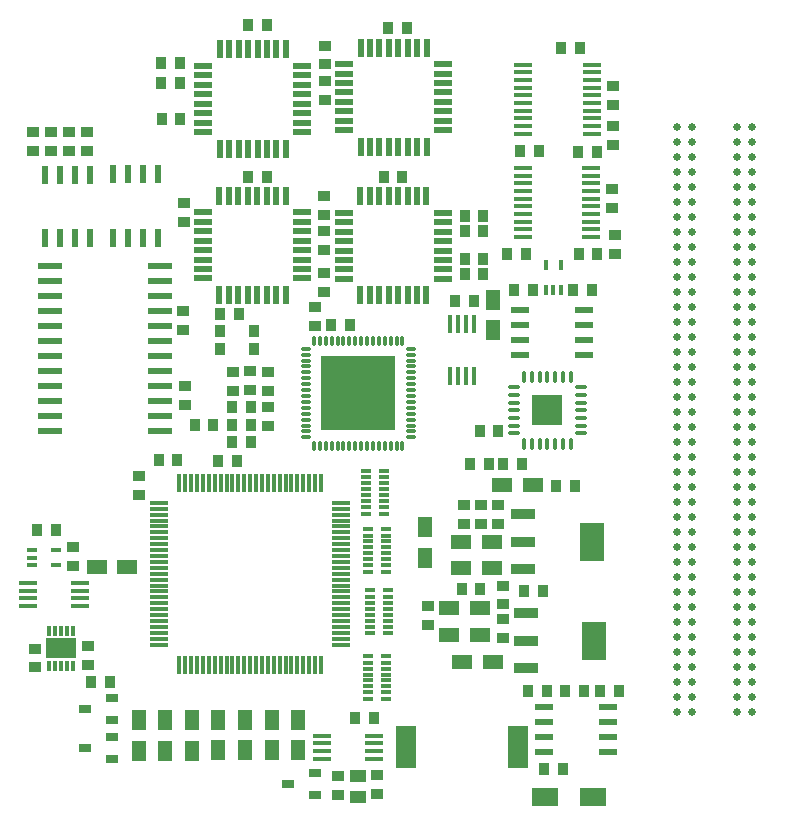
<source format=gtp>
%FSLAX25Y25*%
%MOIN*%
G70*
G01*
G75*
G04 Layer_Color=8421504*
%ADD10R,0.03740X0.03937*%
%ADD11R,0.03937X0.03543*%
%ADD12R,0.03937X0.03740*%
%ADD13R,0.05906X0.01772*%
%ADD14R,0.03347X0.01772*%
%ADD15R,0.03347X0.01181*%
%ADD16R,0.02362X0.06102*%
%ADD17R,0.03543X0.03937*%
%ADD18R,0.03543X0.04331*%
%ADD19R,0.01575X0.03543*%
%ADD20R,0.07874X0.02362*%
%ADD21R,0.07087X0.04921*%
%ADD22R,0.03543X0.01575*%
%ADD23O,0.04331X0.01378*%
%ADD24O,0.01378X0.04331*%
%ADD25R,0.16535X0.16535*%
%ADD26R,0.04134X0.02559*%
%ADD27R,0.01181X0.05906*%
%ADD28R,0.05906X0.01181*%
%ADD29C,0.03937*%
%ADD30O,0.03347X0.01181*%
%ADD31O,0.01181X0.03347*%
%ADD32R,0.25000X0.25000*%
%ADD33R,0.08661X0.06102*%
%ADD34R,0.07008X0.14016*%
%ADD35R,0.05906X0.02165*%
%ADD36R,0.02165X0.05906*%
%ADD37C,0.02520*%
%ADD38R,0.09843X0.06890*%
%ADD39R,0.01181X0.03347*%
%ADD40R,0.08465X0.03740*%
%ADD41R,0.08465X0.12795*%
%ADD42R,0.04921X0.07087*%
%ADD43R,0.05512X0.04134*%
%ADD44R,0.06102X0.02362*%
%ADD45P,0.05568X4X360.0*%
%ADD46P,0.05568X4X270.0*%
%ADD47R,0.01772X0.05906*%
%ADD48C,0.00600*%
%ADD49C,0.01000*%
%ADD50C,0.01200*%
%ADD51C,0.00800*%
%ADD52C,0.03000*%
%ADD53C,0.01500*%
%ADD54C,0.02000*%
%ADD55C,0.00820*%
%ADD56C,0.04000*%
%ADD57C,0.02400*%
%ADD58C,0.00500*%
%ADD59C,0.06693*%
%ADD60C,0.09449*%
%ADD61C,0.07480*%
%ADD62C,0.17716*%
%ADD63C,0.22835*%
%ADD64C,0.02400*%
%ADD65R,0.08000X0.32000*%
%ADD66R,0.08000X0.08000*%
%ADD67C,0.05137*%
%ADD68C,0.07893*%
%ADD69C,0.05924*%
%ADD70C,0.11830*%
%ADD71C,0.06318*%
%ADD72R,0.08000X0.24000*%
%ADD73R,0.08000X0.16000*%
G04:AMPARAMS|DCode=74|XSize=99.37mil|YSize=99.37mil|CornerRadius=0mil|HoleSize=0mil|Usage=FLASHONLY|Rotation=0.000|XOffset=0mil|YOffset=0mil|HoleType=Round|Shape=Relief|Width=30mil|Gap=10mil|Entries=4|*
%AMTHD74*
7,0,0,0.09937,0.07937,0.03000,45*
%
%ADD74THD74*%
G04:AMPARAMS|DCode=75|XSize=126.929mil|YSize=126.929mil|CornerRadius=0mil|HoleSize=0mil|Usage=FLASHONLY|Rotation=0.000|XOffset=0mil|YOffset=0mil|HoleType=Round|Shape=Relief|Width=30mil|Gap=10mil|Entries=4|*
%AMTHD75*
7,0,0,0.12693,0.10693,0.03000,45*
%
%ADD75THD75*%
G04:AMPARAMS|DCode=76|XSize=166.299mil|YSize=166.299mil|CornerRadius=0mil|HoleSize=0mil|Usage=FLASHONLY|Rotation=0.000|XOffset=0mil|YOffset=0mil|HoleType=Round|Shape=Relief|Width=30mil|Gap=10mil|Entries=4|*
%AMTHD76*
7,0,0,0.16630,0.14630,0.03000,45*
%
%ADD76THD76*%
%ADD77R,0.06890X0.06102*%
%ADD78R,0.04134X0.05512*%
%ADD79R,0.04528X0.05709*%
%ADD80C,0.04724*%
%ADD81R,0.04528X0.07087*%
%ADD82R,0.05709X0.04528*%
%ADD83R,0.02559X0.04134*%
%ADD84R,0.13583X0.05118*%
%ADD85C,0.01969*%
%ADD86C,0.00984*%
%ADD87C,0.02362*%
%ADD88C,0.00394*%
%ADD89C,0.00787*%
%ADD90C,0.00700*%
%ADD91C,0.00799*%
%ADD92C,0.01181*%
%ADD93R,0.10472X0.10472*%
%ADD94C,0.00000*%
%ADD95P,0.00000X4X360.0*%
%ADD96P,0.00000X4X270.0*%
G36*
X-116791Y6791D02*
X-124665D01*
Y14665D01*
X-116791D01*
Y6791D01*
D02*
G37*
G36*
X-127735D02*
X-135609D01*
Y14665D01*
X-127735D01*
Y6791D01*
D02*
G37*
G36*
X-116791Y17735D02*
X-124665D01*
Y25609D01*
X-116791D01*
Y17735D01*
D02*
G37*
G36*
X-127735D02*
X-135609D01*
Y25609D01*
X-127735D01*
Y17735D01*
D02*
G37*
D10*
X-52350Y131300D02*
D03*
X-58650D02*
D03*
X-53050Y96700D02*
D03*
X-46750D02*
D03*
X-65950Y97000D02*
D03*
X-72250D02*
D03*
X-172250Y42400D02*
D03*
X-165950D02*
D03*
X-185650Y126100D02*
D03*
X-191950D02*
D03*
X-174450Y5400D02*
D03*
X-180750D02*
D03*
X-64750Y-49900D02*
D03*
X-71050D02*
D03*
X-63150Y-83000D02*
D03*
X-69450D02*
D03*
X-162050Y11500D02*
D03*
X-168350D02*
D03*
X-162050Y5400D02*
D03*
X-168350D02*
D03*
X-156650Y138800D02*
D03*
X-162950D02*
D03*
X-191750Y107500D02*
D03*
X-185450D02*
D03*
X-109950Y137800D02*
D03*
X-116250D02*
D03*
X-70150Y62600D02*
D03*
X-76450D02*
D03*
X-111450Y88200D02*
D03*
X-117750D02*
D03*
X-156650Y88100D02*
D03*
X-162950D02*
D03*
X-191950Y119700D02*
D03*
X-185650D02*
D03*
X-57850Y-109200D02*
D03*
X-64150D02*
D03*
X-226950Y-29400D02*
D03*
X-233250D02*
D03*
X-79450Y3500D02*
D03*
X-85750D02*
D03*
D11*
X-41500Y77850D02*
D03*
Y84150D02*
D03*
X-41400Y118650D02*
D03*
Y112350D02*
D03*
X-222600Y103250D02*
D03*
Y96950D02*
D03*
X-234500Y103250D02*
D03*
Y96950D02*
D03*
X-216700D02*
D03*
Y103250D02*
D03*
X-228600Y96950D02*
D03*
Y103250D02*
D03*
X-216300Y-68250D02*
D03*
Y-74550D02*
D03*
X-156400Y17050D02*
D03*
Y23350D02*
D03*
X-132800Y-111450D02*
D03*
Y-117750D02*
D03*
X-221400Y-41350D02*
D03*
Y-35050D02*
D03*
X-90900Y-21050D02*
D03*
Y-27350D02*
D03*
X-103000Y-54650D02*
D03*
Y-60950D02*
D03*
X-78000Y-54250D02*
D03*
Y-47950D02*
D03*
X-85400Y-27450D02*
D03*
Y-21150D02*
D03*
X-78000Y-65550D02*
D03*
Y-59250D02*
D03*
X-79700Y-27450D02*
D03*
Y-21150D02*
D03*
X-199400Y-17850D02*
D03*
Y-11550D02*
D03*
X-140500Y38650D02*
D03*
Y44950D02*
D03*
D12*
X-41300Y98950D02*
D03*
Y105250D02*
D03*
X-183900Y18650D02*
D03*
Y12350D02*
D03*
X-137700Y56150D02*
D03*
Y49850D02*
D03*
X-137300Y120150D02*
D03*
Y113850D02*
D03*
X-40700Y68850D02*
D03*
Y62550D02*
D03*
X-119900Y-111250D02*
D03*
Y-117550D02*
D03*
X-156300Y11650D02*
D03*
Y5350D02*
D03*
X-162200Y17250D02*
D03*
Y23550D02*
D03*
X-167900Y23350D02*
D03*
Y17050D02*
D03*
X-137400Y132050D02*
D03*
Y125750D02*
D03*
X-184200Y79550D02*
D03*
Y73250D02*
D03*
X-137700Y64050D02*
D03*
Y70350D02*
D03*
X-137600Y81750D02*
D03*
Y75450D02*
D03*
X-184500Y37250D02*
D03*
Y43550D02*
D03*
X-233900Y-68950D02*
D03*
Y-75250D02*
D03*
D13*
X-71217Y102684D02*
D03*
Y105243D02*
D03*
Y107802D02*
D03*
Y110361D02*
D03*
Y112920D02*
D03*
Y115480D02*
D03*
Y118039D02*
D03*
Y120598D02*
D03*
Y123157D02*
D03*
Y125716D02*
D03*
X-48383D02*
D03*
Y123157D02*
D03*
Y120598D02*
D03*
Y118039D02*
D03*
Y115480D02*
D03*
Y112920D02*
D03*
Y110361D02*
D03*
Y107802D02*
D03*
Y105243D02*
D03*
Y102684D02*
D03*
X-120939Y-105639D02*
D03*
Y-103079D02*
D03*
Y-100521D02*
D03*
Y-97961D02*
D03*
X-138261D02*
D03*
Y-100521D02*
D03*
Y-103079D02*
D03*
Y-105639D02*
D03*
X-219039Y-54739D02*
D03*
Y-52179D02*
D03*
Y-49621D02*
D03*
Y-47061D02*
D03*
X-236361D02*
D03*
Y-49621D02*
D03*
Y-52179D02*
D03*
Y-54739D02*
D03*
X-48483Y68184D02*
D03*
Y70743D02*
D03*
Y73302D02*
D03*
Y75861D02*
D03*
Y78421D02*
D03*
Y80980D02*
D03*
Y83539D02*
D03*
Y86098D02*
D03*
Y88657D02*
D03*
Y91216D02*
D03*
X-71317D02*
D03*
Y88657D02*
D03*
Y86098D02*
D03*
Y83539D02*
D03*
Y80980D02*
D03*
Y78421D02*
D03*
Y75861D02*
D03*
Y73302D02*
D03*
Y70743D02*
D03*
Y68184D02*
D03*
D14*
X-116247Y-49515D02*
D03*
Y-63885D02*
D03*
X-122153D02*
D03*
Y-49515D02*
D03*
X-117047Y-29015D02*
D03*
Y-43385D02*
D03*
X-122953D02*
D03*
Y-29015D02*
D03*
X-117547Y-9615D02*
D03*
Y-23985D02*
D03*
X-123453D02*
D03*
Y-9615D02*
D03*
X-116947Y-71415D02*
D03*
Y-85785D02*
D03*
X-122853D02*
D03*
Y-71415D02*
D03*
D15*
X-116247Y-51779D02*
D03*
Y-53747D02*
D03*
Y-55716D02*
D03*
Y-57684D02*
D03*
Y-59653D02*
D03*
Y-61621D02*
D03*
X-122153D02*
D03*
Y-59653D02*
D03*
Y-57684D02*
D03*
Y-55716D02*
D03*
Y-53747D02*
D03*
Y-51779D02*
D03*
X-117047Y-31279D02*
D03*
Y-33247D02*
D03*
Y-35216D02*
D03*
Y-37184D02*
D03*
Y-39153D02*
D03*
Y-41121D02*
D03*
X-122953D02*
D03*
Y-39153D02*
D03*
Y-37184D02*
D03*
Y-35216D02*
D03*
Y-33247D02*
D03*
Y-31279D02*
D03*
X-117547Y-11879D02*
D03*
Y-13847D02*
D03*
Y-15816D02*
D03*
Y-17784D02*
D03*
Y-19753D02*
D03*
Y-21721D02*
D03*
X-123453D02*
D03*
Y-19753D02*
D03*
Y-17784D02*
D03*
Y-15816D02*
D03*
Y-13847D02*
D03*
Y-11879D02*
D03*
X-116947Y-73679D02*
D03*
Y-75647D02*
D03*
Y-77616D02*
D03*
Y-79584D02*
D03*
Y-81553D02*
D03*
Y-83521D02*
D03*
X-122853D02*
D03*
Y-81553D02*
D03*
Y-79584D02*
D03*
Y-77616D02*
D03*
Y-75647D02*
D03*
Y-73679D02*
D03*
D16*
X-193000Y89230D02*
D03*
X-198000D02*
D03*
X-203000D02*
D03*
X-208000D02*
D03*
X-193000Y67970D02*
D03*
X-198000D02*
D03*
X-203000D02*
D03*
X-208000D02*
D03*
X-215500Y89030D02*
D03*
X-220500D02*
D03*
X-225500D02*
D03*
X-230500D02*
D03*
X-215500Y67770D02*
D03*
X-220500D02*
D03*
X-225500D02*
D03*
X-230500D02*
D03*
D17*
X-215150Y-80000D02*
D03*
X-208850D02*
D03*
X-93950Y47000D02*
D03*
X-87650D02*
D03*
X-52750Y62500D02*
D03*
X-46450D02*
D03*
X-90750Y55800D02*
D03*
X-84450D02*
D03*
X-84450Y60800D02*
D03*
X-90750D02*
D03*
X-84450Y70200D02*
D03*
X-90750D02*
D03*
X-90750Y75200D02*
D03*
X-84450D02*
D03*
X-71650Y-7400D02*
D03*
X-77950D02*
D03*
X-67950Y50700D02*
D03*
X-74250D02*
D03*
X-54450Y50500D02*
D03*
X-48150D02*
D03*
X-168350Y-100D02*
D03*
X-162050D02*
D03*
X-85450Y-49000D02*
D03*
X-91750D02*
D03*
X-60250Y-14900D02*
D03*
X-53950D02*
D03*
X-186450Y-6200D02*
D03*
X-192750D02*
D03*
X-128950Y38800D02*
D03*
X-135250D02*
D03*
X-88950Y-7400D02*
D03*
X-82650D02*
D03*
X-166650Y-6600D02*
D03*
X-172950D02*
D03*
X-39350Y-83200D02*
D03*
X-45650D02*
D03*
X-51050D02*
D03*
X-57350D02*
D03*
X-120950Y-92000D02*
D03*
X-127250D02*
D03*
D18*
X-172330Y31047D02*
D03*
X-161070D02*
D03*
Y36953D02*
D03*
X-172330D02*
D03*
D19*
X-63759Y58734D02*
D03*
X-58641D02*
D03*
Y50466D02*
D03*
X-61200D02*
D03*
X-63759D02*
D03*
D20*
X-192293Y18700D02*
D03*
Y13700D02*
D03*
X-228907Y23700D02*
D03*
Y18700D02*
D03*
Y13700D02*
D03*
Y8700D02*
D03*
Y3700D02*
D03*
X-192293D02*
D03*
Y8700D02*
D03*
X-228907Y28700D02*
D03*
Y33700D02*
D03*
Y38700D02*
D03*
Y43700D02*
D03*
Y48700D02*
D03*
Y53700D02*
D03*
Y58700D02*
D03*
X-192293Y23700D02*
D03*
Y28700D02*
D03*
Y33700D02*
D03*
Y38700D02*
D03*
Y43700D02*
D03*
Y48700D02*
D03*
Y53700D02*
D03*
Y58700D02*
D03*
D21*
X-81682Y-33400D02*
D03*
X-91918D02*
D03*
X-85682Y-55400D02*
D03*
X-95918D02*
D03*
X-91918Y-42200D02*
D03*
X-81682D02*
D03*
X-91618Y-73600D02*
D03*
X-81382D02*
D03*
X-95918Y-64500D02*
D03*
X-85682D02*
D03*
X-213418Y-41800D02*
D03*
X-203182D02*
D03*
X-67882Y-14500D02*
D03*
X-78118D02*
D03*
D22*
X-226766Y-36141D02*
D03*
Y-41259D02*
D03*
X-235034D02*
D03*
Y-38700D02*
D03*
Y-36141D02*
D03*
D23*
X-74321Y18077D02*
D03*
Y15518D02*
D03*
Y12959D02*
D03*
Y10400D02*
D03*
Y7841D02*
D03*
Y5282D02*
D03*
Y2723D02*
D03*
X-51880D02*
D03*
Y5282D02*
D03*
Y7841D02*
D03*
Y10400D02*
D03*
Y12959D02*
D03*
Y15518D02*
D03*
Y18077D02*
D03*
D24*
X-70777Y-821D02*
D03*
X-68218D02*
D03*
X-65659D02*
D03*
X-63100D02*
D03*
X-60541D02*
D03*
X-57982D02*
D03*
X-55423D02*
D03*
Y21621D02*
D03*
X-57982D02*
D03*
X-60541D02*
D03*
X-63100D02*
D03*
X-65659D02*
D03*
X-68218D02*
D03*
X-70777D02*
D03*
D26*
X-149728Y-114200D02*
D03*
X-140672Y-110460D02*
D03*
Y-117940D02*
D03*
X-217328Y-89100D02*
D03*
X-208272Y-85360D02*
D03*
Y-92840D02*
D03*
Y-105940D02*
D03*
Y-98460D02*
D03*
X-217328Y-102200D02*
D03*
D27*
X-185839Y-74330D02*
D03*
X-183870D02*
D03*
X-181902D02*
D03*
X-179933D02*
D03*
X-177965D02*
D03*
X-175996D02*
D03*
X-174028D02*
D03*
X-172059D02*
D03*
X-170091D02*
D03*
X-168122D02*
D03*
X-166154D02*
D03*
X-164185D02*
D03*
X-162216D02*
D03*
X-160248D02*
D03*
X-158280D02*
D03*
X-156311D02*
D03*
X-154342D02*
D03*
X-152374D02*
D03*
X-150406D02*
D03*
X-148437D02*
D03*
X-146468D02*
D03*
X-144500D02*
D03*
X-142532D02*
D03*
X-140563D02*
D03*
X-138594D02*
D03*
Y-13700D02*
D03*
X-140563D02*
D03*
X-142532D02*
D03*
X-144500D02*
D03*
X-146468D02*
D03*
X-148437D02*
D03*
X-150406D02*
D03*
X-152374D02*
D03*
X-154342D02*
D03*
X-156311D02*
D03*
X-158280D02*
D03*
X-160248D02*
D03*
X-162216D02*
D03*
X-164185D02*
D03*
X-166154D02*
D03*
X-168122D02*
D03*
X-170091D02*
D03*
X-172059D02*
D03*
X-174028D02*
D03*
X-175996D02*
D03*
X-177965D02*
D03*
X-179933D02*
D03*
X-181902D02*
D03*
X-183870D02*
D03*
X-185839D02*
D03*
D28*
X-131902Y-67637D02*
D03*
Y-65668D02*
D03*
Y-63700D02*
D03*
Y-61731D02*
D03*
Y-59763D02*
D03*
Y-57794D02*
D03*
Y-55826D02*
D03*
Y-53857D02*
D03*
Y-51889D02*
D03*
Y-49920D02*
D03*
Y-47952D02*
D03*
Y-45983D02*
D03*
Y-44015D02*
D03*
Y-42046D02*
D03*
Y-40078D02*
D03*
Y-38109D02*
D03*
Y-36141D02*
D03*
Y-34172D02*
D03*
Y-32204D02*
D03*
Y-30235D02*
D03*
Y-28267D02*
D03*
Y-26298D02*
D03*
Y-24330D02*
D03*
Y-22361D02*
D03*
Y-20393D02*
D03*
X-192532D02*
D03*
Y-22361D02*
D03*
Y-24330D02*
D03*
Y-26298D02*
D03*
Y-28267D02*
D03*
Y-30235D02*
D03*
Y-32204D02*
D03*
Y-34172D02*
D03*
Y-36141D02*
D03*
Y-38109D02*
D03*
Y-40078D02*
D03*
Y-42046D02*
D03*
Y-44015D02*
D03*
Y-45983D02*
D03*
Y-47952D02*
D03*
Y-49920D02*
D03*
Y-51889D02*
D03*
Y-53857D02*
D03*
Y-55826D02*
D03*
Y-57794D02*
D03*
Y-59763D02*
D03*
Y-61731D02*
D03*
Y-63700D02*
D03*
Y-65668D02*
D03*
Y-67637D02*
D03*
D30*
X-143720Y30964D02*
D03*
Y28995D02*
D03*
Y27027D02*
D03*
Y25058D02*
D03*
Y23090D02*
D03*
Y21121D02*
D03*
Y19153D02*
D03*
Y17184D02*
D03*
Y15216D02*
D03*
Y13247D02*
D03*
Y11279D02*
D03*
Y9310D02*
D03*
Y7342D02*
D03*
Y5373D02*
D03*
Y3405D02*
D03*
Y1436D02*
D03*
X-108680D02*
D03*
Y3405D02*
D03*
Y5373D02*
D03*
Y7342D02*
D03*
Y9310D02*
D03*
Y11279D02*
D03*
Y13247D02*
D03*
Y15216D02*
D03*
Y17184D02*
D03*
Y19153D02*
D03*
Y21121D02*
D03*
Y23090D02*
D03*
Y25058D02*
D03*
Y27027D02*
D03*
Y28995D02*
D03*
Y30964D02*
D03*
D31*
X-140964Y-1320D02*
D03*
X-138995D02*
D03*
X-137027D02*
D03*
X-135058D02*
D03*
X-133090D02*
D03*
X-131121D02*
D03*
X-129153D02*
D03*
X-127184D02*
D03*
X-125216D02*
D03*
X-123247D02*
D03*
X-121279D02*
D03*
X-119310D02*
D03*
X-117342D02*
D03*
X-115373D02*
D03*
X-113405D02*
D03*
X-111436D02*
D03*
Y33720D02*
D03*
X-113405D02*
D03*
X-115373D02*
D03*
X-117342D02*
D03*
X-119310D02*
D03*
X-121279D02*
D03*
X-123247D02*
D03*
X-125216D02*
D03*
X-127184D02*
D03*
X-129153D02*
D03*
X-131121D02*
D03*
X-133090D02*
D03*
X-135058D02*
D03*
X-137027D02*
D03*
X-138995D02*
D03*
X-140964D02*
D03*
D32*
X-126200Y16200D02*
D03*
D33*
X-64071Y-118500D02*
D03*
X-47929D02*
D03*
D34*
X-73096Y-101700D02*
D03*
X-110104D02*
D03*
D35*
X-97839Y103812D02*
D03*
Y106961D02*
D03*
Y110111D02*
D03*
Y113261D02*
D03*
Y116410D02*
D03*
Y119560D02*
D03*
Y122709D02*
D03*
Y125859D02*
D03*
X-130910D02*
D03*
Y122709D02*
D03*
Y119560D02*
D03*
Y116410D02*
D03*
Y113261D02*
D03*
Y110111D02*
D03*
Y106961D02*
D03*
Y103812D02*
D03*
X-144800Y103202D02*
D03*
Y106352D02*
D03*
Y109502D02*
D03*
Y112651D02*
D03*
Y115801D02*
D03*
Y118950D02*
D03*
Y122100D02*
D03*
Y125250D02*
D03*
X-177871D02*
D03*
Y122100D02*
D03*
Y118950D02*
D03*
Y115801D02*
D03*
Y112651D02*
D03*
Y109502D02*
D03*
Y106352D02*
D03*
Y103202D02*
D03*
X-144900Y54402D02*
D03*
Y57552D02*
D03*
Y60702D02*
D03*
Y63851D02*
D03*
Y67001D02*
D03*
Y70150D02*
D03*
Y73300D02*
D03*
Y76450D02*
D03*
X-177971D02*
D03*
Y73300D02*
D03*
Y70150D02*
D03*
Y67001D02*
D03*
Y63851D02*
D03*
Y60702D02*
D03*
Y57552D02*
D03*
Y54402D02*
D03*
X-97939Y54241D02*
D03*
Y57390D02*
D03*
Y60540D02*
D03*
Y63690D02*
D03*
Y66839D02*
D03*
Y69989D02*
D03*
Y73139D02*
D03*
Y76288D02*
D03*
X-131009D02*
D03*
Y73139D02*
D03*
Y69989D02*
D03*
Y66839D02*
D03*
Y63690D02*
D03*
Y60540D02*
D03*
Y57390D02*
D03*
Y54241D02*
D03*
D36*
X-103351Y131371D02*
D03*
X-106501D02*
D03*
X-109650D02*
D03*
X-112800D02*
D03*
X-115950D02*
D03*
X-119099D02*
D03*
X-122249D02*
D03*
X-125398D02*
D03*
Y98300D02*
D03*
X-122249D02*
D03*
X-119099D02*
D03*
X-115950D02*
D03*
X-112800D02*
D03*
X-109650D02*
D03*
X-106501D02*
D03*
X-103351D02*
D03*
X-150312Y130761D02*
D03*
X-153461D02*
D03*
X-156611D02*
D03*
X-159761D02*
D03*
X-162910D02*
D03*
X-166060D02*
D03*
X-169209D02*
D03*
X-172359D02*
D03*
Y97690D02*
D03*
X-169209D02*
D03*
X-166060D02*
D03*
X-162910D02*
D03*
X-159761D02*
D03*
X-156611D02*
D03*
X-153461D02*
D03*
X-150312D02*
D03*
X-150412Y81961D02*
D03*
X-153561D02*
D03*
X-156711D02*
D03*
X-159861D02*
D03*
X-163010D02*
D03*
X-166160D02*
D03*
X-169309D02*
D03*
X-172459D02*
D03*
Y48891D02*
D03*
X-169309D02*
D03*
X-166160D02*
D03*
X-163010D02*
D03*
X-159861D02*
D03*
X-156711D02*
D03*
X-153561D02*
D03*
X-150412D02*
D03*
X-103450Y81800D02*
D03*
X-106600D02*
D03*
X-109750D02*
D03*
X-112899D02*
D03*
X-116049D02*
D03*
X-119198D02*
D03*
X-122348D02*
D03*
X-125498D02*
D03*
Y48729D02*
D03*
X-122348D02*
D03*
X-119198D02*
D03*
X-116049D02*
D03*
X-112899D02*
D03*
X-109750D02*
D03*
X-106600D02*
D03*
X-103450D02*
D03*
D37*
X-20029Y105019D02*
D03*
Y100019D02*
D03*
Y95019D02*
D03*
Y90019D02*
D03*
Y85019D02*
D03*
Y80019D02*
D03*
Y75019D02*
D03*
Y70019D02*
D03*
Y65019D02*
D03*
Y60019D02*
D03*
Y55019D02*
D03*
Y50019D02*
D03*
Y45019D02*
D03*
Y40019D02*
D03*
Y35019D02*
D03*
Y30019D02*
D03*
Y25019D02*
D03*
Y20019D02*
D03*
Y15019D02*
D03*
Y10019D02*
D03*
Y5019D02*
D03*
Y19D02*
D03*
Y-4981D02*
D03*
Y-9981D02*
D03*
Y-14981D02*
D03*
Y-19981D02*
D03*
Y-24981D02*
D03*
Y-29981D02*
D03*
Y-34981D02*
D03*
Y-39981D02*
D03*
Y-44981D02*
D03*
Y-49981D02*
D03*
Y-54981D02*
D03*
Y-59981D02*
D03*
Y-64981D02*
D03*
Y-69981D02*
D03*
Y-74981D02*
D03*
Y-79981D02*
D03*
Y-84981D02*
D03*
Y-89981D02*
D03*
X-15029Y105019D02*
D03*
Y100019D02*
D03*
Y95019D02*
D03*
Y90019D02*
D03*
Y85019D02*
D03*
Y80019D02*
D03*
Y75019D02*
D03*
Y70019D02*
D03*
Y65019D02*
D03*
Y60019D02*
D03*
Y55019D02*
D03*
Y50019D02*
D03*
Y45019D02*
D03*
Y40019D02*
D03*
Y35019D02*
D03*
Y30019D02*
D03*
Y25019D02*
D03*
Y20019D02*
D03*
Y15019D02*
D03*
Y10019D02*
D03*
Y5019D02*
D03*
Y19D02*
D03*
Y-4981D02*
D03*
Y-9981D02*
D03*
Y-14981D02*
D03*
Y-19981D02*
D03*
Y-24981D02*
D03*
Y-29981D02*
D03*
Y-34981D02*
D03*
Y-39981D02*
D03*
Y-44981D02*
D03*
Y-49981D02*
D03*
Y-54981D02*
D03*
Y-59981D02*
D03*
Y-64981D02*
D03*
Y-69981D02*
D03*
Y-74981D02*
D03*
Y-79981D02*
D03*
Y-84981D02*
D03*
Y-89981D02*
D03*
X-29Y105019D02*
D03*
Y100019D02*
D03*
Y95019D02*
D03*
Y90019D02*
D03*
Y85019D02*
D03*
Y80019D02*
D03*
Y75019D02*
D03*
Y70019D02*
D03*
Y65019D02*
D03*
Y60019D02*
D03*
Y55019D02*
D03*
Y50019D02*
D03*
Y45019D02*
D03*
Y40019D02*
D03*
Y35019D02*
D03*
Y30019D02*
D03*
Y25019D02*
D03*
Y20019D02*
D03*
Y15019D02*
D03*
Y10019D02*
D03*
Y5019D02*
D03*
Y19D02*
D03*
Y-4981D02*
D03*
Y-9981D02*
D03*
Y-14981D02*
D03*
Y-19981D02*
D03*
Y-24981D02*
D03*
Y-29981D02*
D03*
Y-34981D02*
D03*
Y-39981D02*
D03*
Y-44981D02*
D03*
Y-49981D02*
D03*
Y-54981D02*
D03*
Y-59981D02*
D03*
Y-64981D02*
D03*
Y-69981D02*
D03*
Y-74981D02*
D03*
Y-79981D02*
D03*
Y-84981D02*
D03*
Y-89981D02*
D03*
X4971Y105019D02*
D03*
Y100019D02*
D03*
Y95019D02*
D03*
Y90019D02*
D03*
Y85019D02*
D03*
Y80019D02*
D03*
Y75019D02*
D03*
Y70019D02*
D03*
Y65019D02*
D03*
Y60019D02*
D03*
Y55019D02*
D03*
Y50019D02*
D03*
Y45019D02*
D03*
Y40019D02*
D03*
Y35019D02*
D03*
Y30019D02*
D03*
Y25019D02*
D03*
Y20019D02*
D03*
Y15019D02*
D03*
Y10019D02*
D03*
Y5019D02*
D03*
Y19D02*
D03*
Y-4981D02*
D03*
Y-9981D02*
D03*
Y-14981D02*
D03*
Y-19981D02*
D03*
Y-24981D02*
D03*
Y-29981D02*
D03*
Y-34981D02*
D03*
Y-39981D02*
D03*
Y-44981D02*
D03*
Y-49981D02*
D03*
Y-54981D02*
D03*
Y-59981D02*
D03*
Y-64981D02*
D03*
Y-69981D02*
D03*
Y-74981D02*
D03*
Y-79981D02*
D03*
Y-84981D02*
D03*
Y-89981D02*
D03*
D38*
X-225300Y-68900D02*
D03*
D39*
X-229237Y-74805D02*
D03*
X-227269D02*
D03*
X-225300D02*
D03*
X-223331D02*
D03*
X-221363D02*
D03*
Y-62994D02*
D03*
X-223331D02*
D03*
X-225300D02*
D03*
X-227269D02*
D03*
X-229237D02*
D03*
D40*
X-70417Y-57245D02*
D03*
Y-66300D02*
D03*
Y-75355D02*
D03*
X-71117Y-24245D02*
D03*
Y-33300D02*
D03*
Y-42355D02*
D03*
D41*
X-47583Y-66300D02*
D03*
X-48283Y-33300D02*
D03*
D42*
X-199400Y-103036D02*
D03*
Y-92800D02*
D03*
X-190533Y-103036D02*
D03*
Y-92800D02*
D03*
X-181667Y-103036D02*
D03*
Y-92800D02*
D03*
X-146200Y-102918D02*
D03*
Y-92682D02*
D03*
X-155067Y-102918D02*
D03*
Y-92682D02*
D03*
X-163933Y-102918D02*
D03*
Y-92682D02*
D03*
X-172800D02*
D03*
Y-102918D02*
D03*
X-103800Y-38718D02*
D03*
Y-28482D02*
D03*
X-81200Y47318D02*
D03*
Y37082D02*
D03*
D43*
X-126300Y-111357D02*
D03*
Y-118443D02*
D03*
D44*
X-51070Y29000D02*
D03*
Y34000D02*
D03*
Y39000D02*
D03*
Y44000D02*
D03*
X-72330Y29000D02*
D03*
Y34000D02*
D03*
Y39000D02*
D03*
Y44000D02*
D03*
X-64130Y-88300D02*
D03*
Y-93300D02*
D03*
Y-98300D02*
D03*
Y-103300D02*
D03*
X-42870Y-88300D02*
D03*
Y-93300D02*
D03*
Y-98300D02*
D03*
Y-103300D02*
D03*
D47*
X-87761Y21939D02*
D03*
X-90320D02*
D03*
X-92879D02*
D03*
X-95439D02*
D03*
Y39261D02*
D03*
X-92879D02*
D03*
X-90320D02*
D03*
X-87761D02*
D03*
D93*
X-63100Y10400D02*
D03*
D94*
X-192532Y-13700D02*
D03*
X-131902Y-74330D02*
D03*
X-105334Y37066D02*
D03*
X-147066Y-4666D02*
D03*
D95*
X-206100Y122800D02*
D03*
X-156600Y-118700D02*
D03*
D96*
X11900Y-112700D02*
D03*
M02*

</source>
